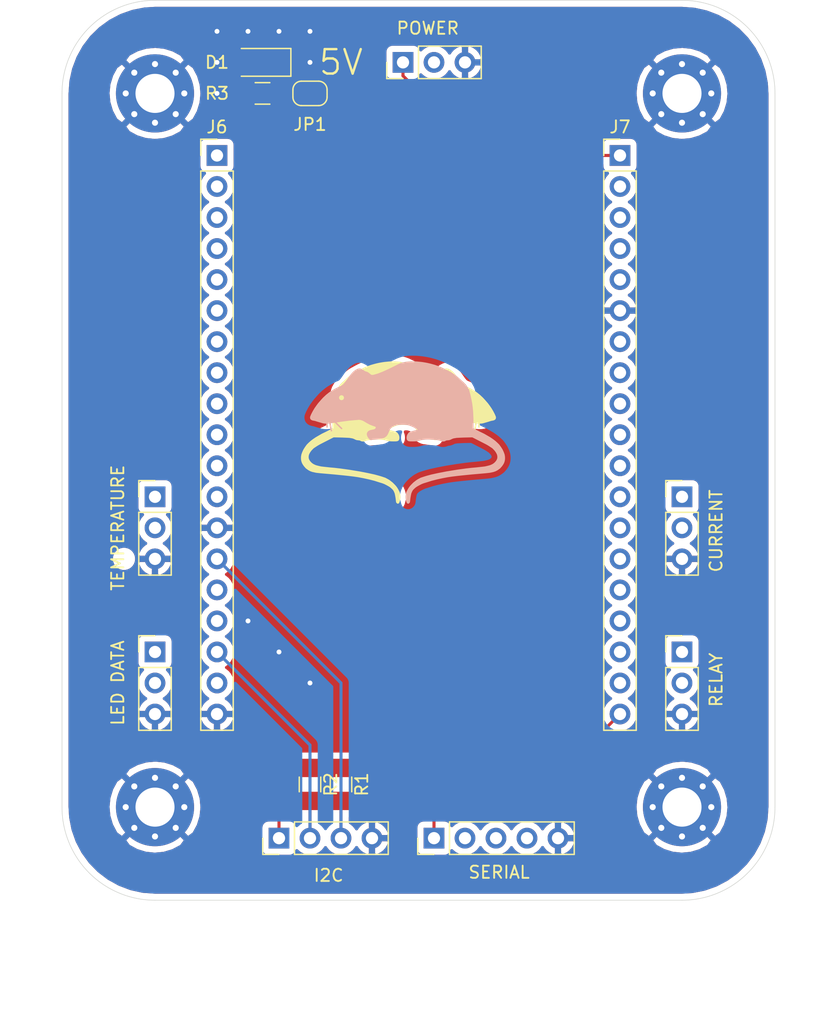
<source format=kicad_pcb>
(kicad_pcb (version 20171130) (host pcbnew "(5.1.4)-1")
  (layers (0 F.Cu signal) (31 B.Cu signal) (34 B.Paste user) (35 F.Paste user) (36 B.SilkS user) (37 F.SilkS user) (38 B.Mask user) (39 F.Mask user) (44 Edge.Cuts user))
  (net 0 "")
  (net 1 GND)
  (net 2 5V)
  (net 3 SDA)
  (net 4 SCL)
  (net 5 3V3)
  (net 6 "Net-(D1-Pad2)")
  (net 7 "Net-(JP1-Pad1)")
  (module zillo-mini-devkit:LOGO_RAT (layer B.Cu) (at 53.34 40.64 180)
    (fp_text reference REF** (at 0 -0.5) (layer B.SilkS) (effects (justify mirror)))
    (fp_text value LOGO_RAT)
    (fp_poly (pts (xy -5.538 1.139) (xy -5.449 1.185) (xy -5.185 0.762) (xy -5.212 0.744) (xy -5.234 0.727) (xy -5.257 0.705) (xy -5.272 0.688) (xy -5.287 0.667) (xy -5.299 0.647) (xy -5.308 0.63) (xy -5.316 0.613) (xy -5.321 0.599) (xy -5.325 0.583) (xy -5.328 0.571) (xy -5.332 0.552) (xy -5.334 0.54) (xy -5.337 0.523) (xy -5.338 0.511) (xy -5.338 0.496) (xy -5.338 0.481) (xy -5.337 0.465) (xy -5.334 0.446) (xy -5.329 0.423) (xy -5.324 0.407) (xy -5.318 0.389) (xy -5.309 0.368) (xy -5.295 0.343) (xy -5.284 0.326) (xy -5.271 0.309) (xy -5.258 0.293) (xy -5.242 0.278) (xy -5.209 0.251) (xy -5.188 0.238) (xy -5.171 0.229) (xy -5.152 0.221) (xy -5.131 0.213) (xy -5.102 0.205) (xy -5.055 0.198) (xy -5.017 0.198) (xy -4.973 0.204) (xy -4.935 0.216) (xy -4.902 0.23) (xy -4.875 0.246) (xy -4.858 0.258) (xy -4.828 0.283) (xy -4.797 0.317) (xy -4.78 0.342) (xy -4.76 0.38) (xy -4.75 0.41) (xy -4.745 0.431) (xy -4.74 0.458) (xy -4.737 0.5) (xy -4.739 0.536) (xy -4.748 0.579) (xy -4.765 0.625) (xy -4.783 0.66) (xy -4.809 0.694) (xy -4.821 0.707) (xy -4.838 0.723) (xy -4.848 0.732) (xy -4.87 0.748) (xy -4.893 0.762) (xy -4.905 0.768) (xy -4.92 0.776) (xy -4.931 0.78) (xy -4.95 0.786) (xy -4.96 0.789) (xy -4.972 0.792) (xy -4.982 0.794) (xy -4.995 0.796) (xy -5.012 0.798) (xy -5.03 0.799) (xy -5.057 0.799) (xy -5.082 0.797) (xy -5.118 0.791) (xy -5.144 0.782) (xy -5.163 0.773) (xy -5.178 0.765) (xy -5.181 0.763) (xy -5.446 1.187) (xy -5.281 1.275) (xy -5.061 1.366) (xy -4.953 1.428) (xy -4.85 1.501) (xy -4.748 1.609) (xy -4.627 1.758) (xy -4.477 1.97) (xy -4.354 2.148) (xy -4.203 2.346) (xy -4.084 2.486) (xy -3.995 2.577) (xy -3.867 2.674) (xy -3.758 2.737) (xy -3.653 2.787) (xy -3.57 2.799) (xy -3.514 2.79) (xy -3.438 2.759) (xy -3.322 2.696) (xy -3.227 2.625) (xy -3.133 2.569) (xy -3.048 2.546) (xy -2.949 2.511) (xy -2.871 2.464) (xy -2.807 2.412) (xy -2.704 2.332) (xy -2.634 2.278) (xy -2.558 2.267) (xy -2.444 2.269) (xy -2.295 2.305) (xy -2.023 2.383) (xy -1.618 2.542) (xy -1.359 2.658) (xy -0.899 2.875) (xy -0.469 3.089) (xy -0.308 3.17) (xy -0.114 3.247) (xy 0.046 3.297) (xy 0.225 3.338) (xy 0.385 3.358) (xy 0.528 3.366) (xy 0.69 3.373) (xy 0.8 3.372) (xy 0.993 3.37) (xy 1.135 3.364) (xy 1.278 3.35) (xy 1.497 3.328) (xy 1.639 3.308) (xy 1.864 3.27) (xy 2.015 3.24) (xy 2.212 3.194) (xy 2.357 3.155) (xy 2.604 3.085) (xy 2.79 3.017) (xy 3.089 2.904) (xy 3.604 2.649) (xy 4.017 2.422) (xy 4.139 2.347) (xy 4.406 2.134) (xy 4.908 1.685) (xy 5.073 1.519) (xy 5.141 1.417) (xy 5.221 1.283) (xy 5.313 1.118) (xy 5.373 0.92) (xy 5.437 0.676) (xy 5.519 0.295) (xy 5.572 0.008) (xy 5.614 -0.295) (xy 5.648 -0.668) (xy 5.673 -1.234) (xy 5.681 -2.081) (xy 5.713 -2.101) (xy 6.21 -2.347) (xy 6.613 -2.543) (xy 7.101 -2.825) (xy 7.337 -2.986) (xy 7.5 -3.11) (xy 7.675 -3.269) (xy 7.804 -3.397) (xy 7.902 -3.529) (xy 7.992 -3.661) (xy 8.075 -3.796) (xy 8.164 -3.99) (xy 8.23 -4.173) (xy 8.256 -4.327) (xy 8.261 -4.46) (xy 8.253 -4.58) (xy 8.229 -4.692) (xy 8.184 -4.818) (xy 8.116 -4.936) (xy 8.036 -5.05) (xy 7.893 -5.213) (xy 7.707 -5.347) (xy 7.552 -5.43) (xy 7.396 -5.484) (xy 7.101 -5.548) (xy 6.744 -5.587) (xy 5.63 -5.684) (xy 4.822 -5.765) (xy 4.469 -5.803) (xy 4.039 -5.855) (xy 3.653 -5.912) (xy 3.212 -5.995) (xy 2.763 -6.093) (xy 2.316 -6.207) (xy 1.981 -6.314) (xy 1.67 -6.409) (xy 1.497 -6.475) (xy 1.308 -6.57) (xy 1.137 -6.665) (xy 0.99 -6.76) (xy 0.879 -6.857) (xy 0.767 -6.965) (xy 0.687 -7.075) (xy 0.63 -7.199) (xy 0.585 -7.308) (xy 0.561 -7.422) (xy 0.532 -7.572) (xy 0.509 -7.711) (xy 0.492 -7.85) (xy 0.483 -7.923) (xy 0.476 -7.995) (xy 0.469 -8.031) (xy 0.455 -8.048) (xy 0.424 -8.076) (xy 0.415 -8.078) (xy 0.401 -8.06) (xy 0.392 -8.034) (xy 0.382 -8.001) (xy 0.365 -7.94) (xy 0.348 -7.876) (xy 0.329 -7.812) (xy 0.311 -7.728) (xy 0.31 -7.662) (xy 0.307 -7.579) (xy 0.317 -7.508) (xy 0.329 -7.435) (xy 0.352 -7.338) (xy 0.379 -7.259) (xy 0.411 -7.176) (xy 0.448 -7.1) (xy 0.501 -7.006) (xy 0.565 -6.905) (xy 0.648 -6.793) (xy 0.744 -6.688) (xy 0.813 -6.619) (xy 0.912 -6.52) (xy 1.043 -6.418) (xy 1.147 -6.335) (xy 1.252 -6.269) (xy 1.484 -6.145) (xy 1.731 -6.062) (xy 1.822 -6.033) (xy 1.969 -5.989) (xy 2.347 -5.886) (xy 2.9 -5.765) (xy 3.568 -5.635) (xy 4.475 -5.487) (xy 5.185 -5.39) (xy 5.635 -5.339) (xy 5.965 -5.31) (xy 6.499 -5.253) (xy 6.72 -5.227) (xy 6.932 -5.18) (xy 7.112 -5.134) (xy 7.232 -5.093) (xy 7.41 -5.005) (xy 7.542 -4.907) (xy 7.621 -4.828) (xy 7.699 -4.735) (xy 7.766 -4.629) (xy 7.811 -4.517) (xy 7.828 -4.423) (xy 7.83 -4.334) (xy 7.823 -4.249) (xy 7.801 -4.149) (xy 7.768 -4.062) (xy 7.684 -3.91) (xy 7.64 -3.849) (xy 7.589 -3.782) (xy 7.554 -3.738) (xy 7.502 -3.687) (xy 7.417 -3.596) (xy 7.341 -3.536) (xy 7.253 -3.479) (xy 7.122 -3.392) (xy 6.986 -3.308) (xy 6.821 -3.216) (xy 6.713 -3.161) (xy 6.489 -3.046) (xy 6.142 -2.87) (xy 5.879 -2.735) (xy 5.729 -2.661) (xy 5.704 -2.649) (xy 5.686 -2.648) (xy 5.355 -2.654) (xy 4.952 -2.663) (xy 4.588 -2.679) (xy 4.381 -2.69) (xy 4.207 -2.72) (xy 4.129 -2.732) (xy 4.046 -2.76) (xy 3.95 -2.798) (xy 3.89 -2.832) (xy 3.824 -2.859) (xy 3.761 -2.879) (xy 3.669 -2.887) (xy 3.572 -2.9) (xy 3.5 -2.91) (xy 3.469 -2.927) (xy 3.415 -2.962) (xy 3.366 -2.977) (xy 3.323 -2.984) (xy 3.266 -2.985) (xy 3.22 -2.984) (xy 3.159 -2.963) (xy 3.113 -2.951) (xy 3.037 -2.923) (xy 2.944 -2.898) (xy 2.816 -2.876) (xy 2.548 -2.846) (xy 2.41 -2.839) (xy 2.214 -2.825) (xy 2.012 -2.822) (xy 1.818 -2.83) (xy 1.628 -2.852) (xy 1.466 -2.88) (xy 1.306 -2.924) (xy 1.199 -2.948) (xy 1.078 -2.966) (xy 0.946 -2.977) (xy 0.789 -2.979) (xy 0.6 -2.977) (xy 0.518 -2.968) (xy 0.465 -2.954) (xy 0.438 -2.938) (xy 0.42 -2.917) (xy 0.408 -2.888) (xy 0.401 -2.853) (xy 0.396 -2.808) (xy 0.395 -2.757) (xy 0.4 -2.705) (xy 0.409 -2.656) (xy 0.433 -2.586) (xy 0.47 -2.519) (xy 0.528 -2.439) (xy 0.583 -2.398) (xy 0.645 -2.371) (xy 0.784 -2.329) (xy 1.06 -2.257) (xy 1.207 -2.216) (xy 1.292 -2.162) (xy 1.335 -2.129) (xy 1.348 -2.106) (xy 1.326 -2.07) (xy 1.272 -2.033) (xy 1.193 -1.992) (xy 1.065 -1.918) (xy 0.772 -1.773) (xy 0.581 -1.7) (xy 0.543 -1.685) (xy 0.435 -1.655) (xy 0.293 -1.632) (xy 0.084 -1.617) (xy -0.07 -1.617) (xy -0.356 -1.623) (xy -0.501 -1.643) (xy -0.623 -1.671) (xy -0.732 -1.713) (xy -0.85 -1.763) (xy -0.911 -1.796) (xy -0.979 -1.847) (xy -1.034 -1.899) (xy -1.104 -1.984) (xy -1.156 -2.052) (xy -1.206 -2.16) (xy -1.249 -2.261) (xy -1.301 -2.385) (xy -1.335 -2.457) (xy -1.371 -2.512) (xy -1.398 -2.551) (xy -1.415 -2.572) (xy -1.448 -2.604) (xy -1.488 -2.634) (xy -1.6 -2.705) (xy -1.727 -2.754) (xy -1.943 -2.781) (xy -2.146 -2.815) (xy -2.41 -2.838) (xy -2.572 -2.861) (xy -2.605 -2.874) (xy -2.633 -2.87) (xy -2.671 -2.848) (xy -2.709 -2.8) (xy -2.737 -2.764) (xy -2.78 -2.71) (xy -2.823 -2.636) (xy -2.848 -2.574) (xy -2.865 -2.509) (xy -2.864 -2.441) (xy -2.832 -2.37) (xy -2.784 -2.314) (xy -2.733 -2.284) (xy -2.667 -2.252) (xy -2.558 -2.228) (xy -2.397 -2.197) (xy -2.289 -2.163) (xy -2.22 -2.113) (xy -2.177 -2.07) (xy -2.148 -2.014) (xy -2.135 -1.965) (xy -2.132 -1.92) (xy -2.141 -1.869) (xy -2.15 -1.841) (xy -2.167 -1.823) (xy -2.19 -1.809) (xy -2.22 -1.79) (xy -2.295 -1.762) (xy -2.445 -1.709) (xy -2.62 -1.642) (xy -2.689 -1.613) (xy -2.783 -1.563) (xy -2.893 -1.504) (xy -3.193 -1.325) (xy -3.304 -1.275) (xy -3.489 -1.222) (xy -3.647 -1.211) (xy -3.752 -1.225) (xy -3.963 -1.24) (xy -4.406 -1.281) (xy -4.664 -1.315) (xy -4.924 -1.349) (xy -5.16 -1.381) (xy -5.425 -1.426) (xy -5.848 -1.481) (xy -5.978 -1.503) (xy -6.181 -1.521) (xy -6.342 -1.525) (xy -6.454 -1.515) (xy -6.546 -1.497) (xy -6.812 -1.421) (xy -7.015 -1.361) (xy -7.099 -1.332) (xy -7.222 -1.298) (xy -7.359 -1.274) (xy -7.424 -1.254) (xy -7.472 -1.228) (xy -7.504 -1.195) (xy -7.516 -1.15) (xy -7.518 -1.097) (xy -7.485 -1.014) (xy -7.428 -0.883) (xy -7.305 -0.646) (xy -7.167 -0.415) (xy -6.996 -0.171) (xy -6.874 -0.009) (xy -6.647 0.251) (xy -6.482 0.432) (xy -6.25 0.65) (xy -6.007 0.846) (xy -5.859 0.949) (xy -5.719 1.032) (xy -5.619 1.092)) (layer F.Cu) (width 0.1))
    (pad 1 smd circle (at -5.047 0.527 180) (size 0.6 0.6) (layers F.Cu F.Mask))
  )
  (module zillo-mini-devkit:LOGO_RAT (layer F.Cu) (at 53.34 40.64)
    (fp_text reference REF** (at 0 0.5) (layer F.SilkS))
    (fp_text value LOGO_RAT)
    (fp_poly (pts (xy -5.538 -1.139) (xy -5.449 -1.185) (xy -5.185 -0.762) (xy -5.212 -0.744) (xy -5.234 -0.727) (xy -5.257 -0.705) (xy -5.272 -0.688) (xy -5.287 -0.667) (xy -5.299 -0.647) (xy -5.308 -0.63) (xy -5.316 -0.613) (xy -5.321 -0.599) (xy -5.325 -0.583) (xy -5.328 -0.571) (xy -5.332 -0.552) (xy -5.334 -0.54) (xy -5.337 -0.523) (xy -5.338 -0.511) (xy -5.338 -0.496) (xy -5.338 -0.481) (xy -5.337 -0.465) (xy -5.334 -0.446) (xy -5.329 -0.423) (xy -5.324 -0.407) (xy -5.318 -0.389) (xy -5.309 -0.368) (xy -5.295 -0.343) (xy -5.284 -0.326) (xy -5.271 -0.309) (xy -5.258 -0.293) (xy -5.242 -0.278) (xy -5.209 -0.251) (xy -5.188 -0.238) (xy -5.171 -0.229) (xy -5.152 -0.221) (xy -5.131 -0.213) (xy -5.102 -0.205) (xy -5.055 -0.198) (xy -5.017 -0.198) (xy -4.973 -0.204) (xy -4.935 -0.216) (xy -4.902 -0.23) (xy -4.875 -0.246) (xy -4.858 -0.258) (xy -4.828 -0.283) (xy -4.797 -0.317) (xy -4.78 -0.342) (xy -4.76 -0.38) (xy -4.75 -0.41) (xy -4.745 -0.431) (xy -4.74 -0.458) (xy -4.737 -0.5) (xy -4.739 -0.536) (xy -4.748 -0.579) (xy -4.765 -0.625) (xy -4.783 -0.66) (xy -4.809 -0.694) (xy -4.821 -0.707) (xy -4.838 -0.723) (xy -4.848 -0.732) (xy -4.87 -0.748) (xy -4.893 -0.762) (xy -4.905 -0.768) (xy -4.92 -0.776) (xy -4.931 -0.78) (xy -4.95 -0.786) (xy -4.96 -0.789) (xy -4.972 -0.792) (xy -4.982 -0.794) (xy -4.995 -0.796) (xy -5.012 -0.798) (xy -5.03 -0.799) (xy -5.057 -0.799) (xy -5.082 -0.797) (xy -5.118 -0.791) (xy -5.144 -0.782) (xy -5.163 -0.773) (xy -5.178 -0.765) (xy -5.181 -0.763) (xy -5.446 -1.187) (xy -5.281 -1.275) (xy -5.061 -1.366) (xy -4.953 -1.428) (xy -4.85 -1.501) (xy -4.748 -1.609) (xy -4.627 -1.758) (xy -4.477 -1.97) (xy -4.354 -2.148) (xy -4.203 -2.346) (xy -4.084 -2.486) (xy -3.995 -2.577) (xy -3.867 -2.674) (xy -3.758 -2.737) (xy -3.653 -2.787) (xy -3.57 -2.799) (xy -3.514 -2.79) (xy -3.438 -2.759) (xy -3.322 -2.696) (xy -3.227 -2.625) (xy -3.133 -2.569) (xy -3.048 -2.546) (xy -2.949 -2.511) (xy -2.871 -2.464) (xy -2.807 -2.412) (xy -2.704 -2.332) (xy -2.634 -2.278) (xy -2.558 -2.267) (xy -2.444 -2.269) (xy -2.295 -2.305) (xy -2.023 -2.383) (xy -1.618 -2.542) (xy -1.359 -2.658) (xy -0.899 -2.875) (xy -0.469 -3.089) (xy -0.308 -3.17) (xy -0.114 -3.247) (xy 0.046 -3.297) (xy 0.225 -3.338) (xy 0.385 -3.358) (xy 0.528 -3.366) (xy 0.69 -3.373) (xy 0.8 -3.372) (xy 0.993 -3.37) (xy 1.135 -3.364) (xy 1.278 -3.35) (xy 1.497 -3.328) (xy 1.639 -3.308) (xy 1.864 -3.27) (xy 2.015 -3.24) (xy 2.212 -3.194) (xy 2.357 -3.155) (xy 2.604 -3.085) (xy 2.79 -3.017) (xy 3.089 -2.904) (xy 3.604 -2.649) (xy 4.017 -2.422) (xy 4.139 -2.347) (xy 4.406 -2.134) (xy 4.908 -1.685) (xy 5.073 -1.519) (xy 5.141 -1.417) (xy 5.221 -1.283) (xy 5.313 -1.118) (xy 5.373 -0.92) (xy 5.437 -0.676) (xy 5.519 -0.295) (xy 5.572 -0.008) (xy 5.614 0.295) (xy 5.648 0.668) (xy 5.673 1.234) (xy 5.681 2.081) (xy 5.713 2.101) (xy 6.21 2.347) (xy 6.613 2.543) (xy 7.101 2.825) (xy 7.337 2.986) (xy 7.5 3.11) (xy 7.675 3.269) (xy 7.804 3.397) (xy 7.902 3.529) (xy 7.992 3.661) (xy 8.075 3.796) (xy 8.164 3.99) (xy 8.23 4.173) (xy 8.256 4.327) (xy 8.261 4.46) (xy 8.253 4.58) (xy 8.229 4.692) (xy 8.184 4.818) (xy 8.116 4.936) (xy 8.036 5.05) (xy 7.893 5.213) (xy 7.707 5.347) (xy 7.552 5.43) (xy 7.396 5.484) (xy 7.101 5.548) (xy 6.744 5.587) (xy 5.63 5.684) (xy 4.822 5.765) (xy 4.469 5.803) (xy 4.039 5.855) (xy 3.653 5.912) (xy 3.212 5.995) (xy 2.763 6.093) (xy 2.316 6.207) (xy 1.981 6.314) (xy 1.67 6.409) (xy 1.497 6.475) (xy 1.308 6.57) (xy 1.137 6.665) (xy 0.99 6.76) (xy 0.879 6.857) (xy 0.767 6.965) (xy 0.687 7.075) (xy 0.63 7.199) (xy 0.585 7.308) (xy 0.561 7.422) (xy 0.532 7.572) (xy 0.509 7.711) (xy 0.492 7.85) (xy 0.483 7.923) (xy 0.476 7.995) (xy 0.469 8.031) (xy 0.455 8.048) (xy 0.424 8.076) (xy 0.415 8.078) (xy 0.401 8.06) (xy 0.392 8.034) (xy 0.382 8.001) (xy 0.365 7.94) (xy 0.348 7.876) (xy 0.329 7.812) (xy 0.311 7.728) (xy 0.31 7.662) (xy 0.307 7.579) (xy 0.317 7.508) (xy 0.329 7.435) (xy 0.352 7.338) (xy 0.379 7.259) (xy 0.411 7.176) (xy 0.448 7.1) (xy 0.501 7.006) (xy 0.565 6.905) (xy 0.648 6.793) (xy 0.744 6.688) (xy 0.813 6.619) (xy 0.912 6.52) (xy 1.043 6.418) (xy 1.147 6.335) (xy 1.252 6.269) (xy 1.484 6.145) (xy 1.731 6.062) (xy 1.822 6.033) (xy 1.969 5.989) (xy 2.347 5.886) (xy 2.9 5.765) (xy 3.568 5.635) (xy 4.475 5.487) (xy 5.185 5.39) (xy 5.635 5.339) (xy 5.965 5.31) (xy 6.499 5.253) (xy 6.72 5.227) (xy 6.932 5.18) (xy 7.112 5.134) (xy 7.232 5.093) (xy 7.41 5.005) (xy 7.542 4.907) (xy 7.621 4.828) (xy 7.699 4.735) (xy 7.766 4.629) (xy 7.811 4.517) (xy 7.828 4.423) (xy 7.83 4.334) (xy 7.823 4.249) (xy 7.801 4.149) (xy 7.768 4.062) (xy 7.684 3.91) (xy 7.64 3.849) (xy 7.589 3.782) (xy 7.554 3.738) (xy 7.502 3.687) (xy 7.417 3.596) (xy 7.341 3.536) (xy 7.253 3.479) (xy 7.122 3.392) (xy 6.986 3.308) (xy 6.821 3.216) (xy 6.713 3.161) (xy 6.489 3.046) (xy 6.142 2.87) (xy 5.879 2.735) (xy 5.729 2.661) (xy 5.704 2.649) (xy 5.686 2.648) (xy 5.355 2.654) (xy 4.952 2.663) (xy 4.588 2.679) (xy 4.381 2.69) (xy 4.207 2.72) (xy 4.129 2.732) (xy 4.046 2.76) (xy 3.95 2.798) (xy 3.89 2.832) (xy 3.824 2.859) (xy 3.761 2.879) (xy 3.669 2.887) (xy 3.572 2.9) (xy 3.5 2.91) (xy 3.469 2.927) (xy 3.415 2.962) (xy 3.366 2.977) (xy 3.323 2.984) (xy 3.266 2.985) (xy 3.22 2.984) (xy 3.159 2.963) (xy 3.113 2.951) (xy 3.037 2.923) (xy 2.944 2.898) (xy 2.816 2.876) (xy 2.548 2.846) (xy 2.41 2.839) (xy 2.214 2.825) (xy 2.012 2.822) (xy 1.818 2.83) (xy 1.628 2.852) (xy 1.466 2.88) (xy 1.306 2.924) (xy 1.199 2.948) (xy 1.078 2.966) (xy 0.946 2.977) (xy 0.789 2.979) (xy 0.6 2.977) (xy 0.518 2.968) (xy 0.465 2.954) (xy 0.438 2.938) (xy 0.42 2.917) (xy 0.408 2.888) (xy 0.401 2.853) (xy 0.396 2.808) (xy 0.395 2.757) (xy 0.4 2.705) (xy 0.409 2.656) (xy 0.433 2.586) (xy 0.47 2.519) (xy 0.528 2.439) (xy 0.583 2.398) (xy 0.645 2.371) (xy 0.784 2.329) (xy 1.06 2.257) (xy 1.207 2.216) (xy 1.292 2.162) (xy 1.335 2.129) (xy 1.348 2.106) (xy 1.326 2.07) (xy 1.272 2.033) (xy 1.193 1.992) (xy 1.065 1.918) (xy 0.772 1.773) (xy 0.581 1.7) (xy 0.543 1.685) (xy 0.435 1.655) (xy 0.293 1.632) (xy 0.084 1.617) (xy -0.07 1.617) (xy -0.356 1.623) (xy -0.501 1.643) (xy -0.623 1.671) (xy -0.732 1.713) (xy -0.85 1.763) (xy -0.911 1.796) (xy -0.979 1.847) (xy -1.034 1.899) (xy -1.104 1.984) (xy -1.156 2.052) (xy -1.206 2.16) (xy -1.249 2.261) (xy -1.301 2.385) (xy -1.335 2.457) (xy -1.371 2.512) (xy -1.398 2.551) (xy -1.415 2.572) (xy -1.448 2.604) (xy -1.488 2.634) (xy -1.6 2.705) (xy -1.727 2.754) (xy -1.943 2.781) (xy -2.146 2.815) (xy -2.41 2.838) (xy -2.572 2.861) (xy -2.605 2.874) (xy -2.633 2.87) (xy -2.671 2.848) (xy -2.709 2.8) (xy -2.737 2.764) (xy -2.78 2.71) (xy -2.823 2.636) (xy -2.848 2.574) (xy -2.865 2.509) (xy -2.864 2.441) (xy -2.832 2.37) (xy -2.784 2.314) (xy -2.733 2.284) (xy -2.667 2.252) (xy -2.558 2.228) (xy -2.397 2.197) (xy -2.289 2.163) (xy -2.22 2.113) (xy -2.177 2.07) (xy -2.148 2.014) (xy -2.135 1.965) (xy -2.132 1.92) (xy -2.141 1.869) (xy -2.15 1.841) (xy -2.167 1.823) (xy -2.19 1.809) (xy -2.22 1.79) (xy -2.295 1.762) (xy -2.445 1.709) (xy -2.62 1.642) (xy -2.689 1.613) (xy -2.783 1.563) (xy -2.893 1.504) (xy -3.193 1.325) (xy -3.304 1.275) (xy -3.489 1.222) (xy -3.647 1.211) (xy -3.752 1.225) (xy -3.963 1.24) (xy -4.406 1.281) (xy -4.664 1.315) (xy -4.924 1.349) (xy -5.16 1.381) (xy -5.425 1.426) (xy -5.848 1.481) (xy -5.978 1.503) (xy -6.181 1.521) (xy -6.342 1.525) (xy -6.454 1.515) (xy -6.546 1.497) (xy -6.812 1.421) (xy -7.015 1.361) (xy -7.099 1.332) (xy -7.222 1.298) (xy -7.359 1.274) (xy -7.424 1.254) (xy -7.472 1.228) (xy -7.504 1.195) (xy -7.516 1.15) (xy -7.518 1.097) (xy -7.485 1.014) (xy -7.428 0.883) (xy -7.305 0.646) (xy -7.167 0.415) (xy -6.996 0.171) (xy -6.874 0.009) (xy -6.647 -0.251) (xy -6.482 -0.432) (xy -6.25 -0.65) (xy -6.007 -0.846) (xy -5.859 -0.949) (xy -5.719 -1.032) (xy -5.619 -1.092)) (layer B.Cu) (width 0.1))
    (pad 1 smd circle (at -5.047 -0.527) (size 0.6 0.6) (layers B.Cu B.Mask))
  )
  (module Jumper:SolderJumper-2_P1.3mm_Open_RoundedPad1.0x1.5mm (layer F.Cu) (at 45.72 15.24)
    (fp_text reference JP1 (at 0 2.54) (layer F.SilkS))
    (fp_text value PLJP)
    (pad 2 smd custom (at 0.65 0) (size 1 0.5) (layers F.Cu F.Mask) (net 2 5V) (options (clearance outline) (anchor rect)) (primitives (gr_circle (center 0 0.25) (end 0.5 0.25) (width 0)) (gr_circle (center 0 -0.25) (end 0.5 -0.25) (width 0)) (gr_poly (pts (xy 0 -0.75) (xy -0.5 -0.75) (xy -0.5 0.75) (xy 0 0.75)) (width 0))))
    (pad 1 smd custom (at -0.65 0) (size 1 0.5) (layers F.Cu F.Mask) (net 7 "Net-(JP1-Pad1)") (options (clearance outline) (anchor rect)) (primitives (gr_circle (center 0 0.25) (end 0.5 0.25) (width 0)) (gr_circle (center 0 -0.25) (end 0.5 -0.25) (width 0)) (gr_poly (pts (xy 0 -0.75) (xy 0.5 -0.75) (xy 0.5 0.75) (xy 0 0.75)) (width 0))))
  )
  (module Resistors_SMD:R_0805_HandSoldering (layer F.Cu) (at 41.83 15.24 180)
    (fp_text reference R3 (at 3.73 0) (layer F.SilkS))
    (fp_text value 330)
    (pad 1 smd rect (at -1.35 0 180) (size 1.5 1.3) (layers F.Cu F.Paste F.Mask) (net 7 "Net-(JP1-Pad1)"))
    (pad 2 smd rect (at 1.35 0 180) (size 1.5 1.3) (layers F.Cu F.Paste F.Mask) (net 6 "Net-(D1-Pad2)"))
  )
  (module LED_SMD:LED_1206_3216Metric_Pad1.42x1.75mm_HandSolder (layer F.Cu) (at 41.6925 12.7 180)
    (fp_text reference D1 (at 3.5925 0) (layer F.SilkS))
    (fp_text value POWER)
    (pad 2 smd roundrect (at 1.4875 0 180) (size 1.425 1.75) (layers F.Cu F.Paste F.Mask) (roundrect_rratio 0.175439) (net 6 "Net-(D1-Pad2)"))
    (pad 1 smd roundrect (at -1.4875 0 180) (size 1.425 1.75) (layers F.Cu F.Paste F.Mask) (roundrect_rratio 0.175439) (net 1 GND))
  )
  (module Pin_Headers:Pin_Header_Straight_1x05_Pitch2.54mm (layer F.Cu) (at 55.88 76.2 90)
    (fp_text reference J9 hide)
    (fp_text value SERIAL (at -2.794 5.334 180) (layer F.SilkS))
    (pad 1 thru_hole rect (at 0 0 90) (size 1.7 1.7) (drill 1) (layers *.Cu *.Mask) (net 5 3V3))
    (pad 2 thru_hole oval (at 0 2.54 90) (size 1.7 1.7) (drill 1) (layers *.Cu *.Mask))
    (pad 3 thru_hole oval (at 0 5.08 90) (size 1.7 1.7) (drill 1) (layers *.Cu *.Mask))
    (pad 4 thru_hole oval (at 0 7.62 90) (size 1.7 1.7) (drill 1) (layers *.Cu *.Mask))
    (pad 5 thru_hole oval (at 0 10.16 90) (size 1.7 1.7) (drill 1) (layers *.Cu *.Mask) (net 1 GND))
  )
  (module Pin_Headers:Pin_Header_Straight_1x04_Pitch2.54mm (layer F.Cu) (at 43.18 76.2 90)
    (fp_text reference J8 hide)
    (fp_text value I2C (at -3.048 4.064 180) (layer F.SilkS))
    (pad 1 thru_hole rect (at 0 0 90) (size 1.7 1.7) (drill 1) (layers *.Cu *.Mask) (net 5 3V3))
    (pad 2 thru_hole oval (at 0 2.54 90) (size 1.7 1.7) (drill 1) (layers *.Cu *.Mask) (net 4 SCL))
    (pad 3 thru_hole oval (at 0 5.08 90) (size 1.7 1.7) (drill 1) (layers *.Cu *.Mask) (net 3 SDA))
    (pad 4 thru_hole oval (at 0 7.62 90) (size 1.7 1.7) (drill 1) (layers *.Cu *.Mask) (net 1 GND))
  )
  (module Resistors_SMD:R_0805_HandSoldering (layer F.Cu) (at 45.72 71.802 270)
    (fp_text reference R2 (at 0 -1.7 90) (layer F.SilkS))
    (fp_text value 4.7K)
    (pad 1 smd rect (at -1.35 0 270) (size 1.5 1.3) (layers F.Cu F.Paste F.Mask) (net 5 3V3))
    (pad 2 smd rect (at 1.35 0 270) (size 1.5 1.3) (layers F.Cu F.Paste F.Mask) (net 4 SCL))
  )
  (module Resistors_SMD:R_0805_HandSoldering (layer F.Cu) (at 48.26 71.802 270)
    (fp_text reference R1 (at 0 -1.7 90) (layer F.SilkS))
    (fp_text value 4.7K)
    (pad 1 smd rect (at -1.35 0 270) (size 1.5 1.3) (layers F.Cu F.Paste F.Mask) (net 5 3V3))
    (pad 2 smd rect (at 1.35 0 270) (size 1.5 1.3) (layers F.Cu F.Paste F.Mask) (net 3 SDA))
  )
  (module Pin_Headers:Pin_Header_Straight_1x19_Pitch2.54mm (layer F.Cu) (at 71.12 20.32)
    (fp_text reference J7 (at 0 -2.33) (layer F.SilkS))
    (fp_text value Conn_01x19)
    (pad 1 thru_hole rect (at 0 0) (size 1.7 1.7) (drill 1) (layers *.Cu *.Mask) (net 2 5V))
    (pad 2 thru_hole oval (at 0 2.54) (size 1.7 1.7) (drill 1) (layers *.Cu *.Mask))
    (pad 3 thru_hole oval (at 0 5.08) (size 1.7 1.7) (drill 1) (layers *.Cu *.Mask))
    (pad 4 thru_hole oval (at 0 7.62) (size 1.7 1.7) (drill 1) (layers *.Cu *.Mask))
    (pad 5 thru_hole oval (at 0 10.16) (size 1.7 1.7) (drill 1) (layers *.Cu *.Mask))
    (pad 6 thru_hole oval (at 0 12.7) (size 1.7 1.7) (drill 1) (layers *.Cu *.Mask) (net 1 GND))
    (pad 7 thru_hole oval (at 0 15.24) (size 1.7 1.7) (drill 1) (layers *.Cu *.Mask))
    (pad 8 thru_hole oval (at 0 17.78) (size 1.7 1.7) (drill 1) (layers *.Cu *.Mask))
    (pad 9 thru_hole oval (at 0 20.32) (size 1.7 1.7) (drill 1) (layers *.Cu *.Mask))
    (pad 10 thru_hole oval (at 0 22.86) (size 1.7 1.7) (drill 1) (layers *.Cu *.Mask))
    (pad 11 thru_hole oval (at 0 25.4) (size 1.7 1.7) (drill 1) (layers *.Cu *.Mask))
    (pad 12 thru_hole oval (at 0 27.94) (size 1.7 1.7) (drill 1) (layers *.Cu *.Mask))
    (pad 13 thru_hole oval (at 0 30.48) (size 1.7 1.7) (drill 1) (layers *.Cu *.Mask))
    (pad 14 thru_hole oval (at 0 33.02) (size 1.7 1.7) (drill 1) (layers *.Cu *.Mask))
    (pad 15 thru_hole oval (at 0 35.56) (size 1.7 1.7) (drill 1) (layers *.Cu *.Mask))
    (pad 16 thru_hole oval (at 0 38.1) (size 1.7 1.7) (drill 1) (layers *.Cu *.Mask))
    (pad 17 thru_hole oval (at 0 40.64) (size 1.7 1.7) (drill 1) (layers *.Cu *.Mask))
    (pad 18 thru_hole oval (at 0 43.18) (size 1.7 1.7) (drill 1) (layers *.Cu *.Mask))
    (pad 19 thru_hole oval (at 0 45.72) (size 1.7 1.7) (drill 1) (layers *.Cu *.Mask) (net 5 3V3))
  )
  (module Pin_Headers:Pin_Header_Straight_1x19_Pitch2.54mm (layer F.Cu) (at 38.1 20.32)
    (fp_text reference J6 (at 0 -2.33) (layer F.SilkS))
    (fp_text value Conn_01x19)
    (pad 1 thru_hole rect (at 0 0) (size 1.7 1.7) (drill 1) (layers *.Cu *.Mask))
    (pad 2 thru_hole oval (at 0 2.54) (size 1.7 1.7) (drill 1) (layers *.Cu *.Mask))
    (pad 3 thru_hole oval (at 0 5.08) (size 1.7 1.7) (drill 1) (layers *.Cu *.Mask))
    (pad 4 thru_hole oval (at 0 7.62) (size 1.7 1.7) (drill 1) (layers *.Cu *.Mask))
    (pad 5 thru_hole oval (at 0 10.16) (size 1.7 1.7) (drill 1) (layers *.Cu *.Mask))
    (pad 6 thru_hole oval (at 0 12.7) (size 1.7 1.7) (drill 1) (layers *.Cu *.Mask))
    (pad 7 thru_hole oval (at 0 15.24) (size 1.7 1.7) (drill 1) (layers *.Cu *.Mask))
    (pad 8 thru_hole oval (at 0 17.78) (size 1.7 1.7) (drill 1) (layers *.Cu *.Mask))
    (pad 9 thru_hole oval (at 0 20.32) (size 1.7 1.7) (drill 1) (layers *.Cu *.Mask))
    (pad 10 thru_hole oval (at 0 22.86) (size 1.7 1.7) (drill 1) (layers *.Cu *.Mask))
    (pad 11 thru_hole oval (at 0 25.4) (size 1.7 1.7) (drill 1) (layers *.Cu *.Mask))
    (pad 12 thru_hole oval (at 0 27.94) (size 1.7 1.7) (drill 1) (layers *.Cu *.Mask))
    (pad 13 thru_hole oval (at 0 30.48) (size 1.7 1.7) (drill 1) (layers *.Cu *.Mask) (net 1 GND))
    (pad 14 thru_hole oval (at 0 33.02) (size 1.7 1.7) (drill 1) (layers *.Cu *.Mask) (net 3 SDA))
    (pad 15 thru_hole oval (at 0 35.56) (size 1.7 1.7) (drill 1) (layers *.Cu *.Mask))
    (pad 16 thru_hole oval (at 0 38.1) (size 1.7 1.7) (drill 1) (layers *.Cu *.Mask))
    (pad 17 thru_hole oval (at 0 40.64) (size 1.7 1.7) (drill 1) (layers *.Cu *.Mask) (net 4 SCL))
    (pad 18 thru_hole oval (at 0 43.18) (size 1.7 1.7) (drill 1) (layers *.Cu *.Mask))
    (pad 19 thru_hole oval (at 0 45.72) (size 1.7 1.7) (drill 1) (layers *.Cu *.Mask) (net 1 GND))
  )
  (module Mounting_Holes:MountingHole_3.2mm_M3_Pad_Via (layer F.Cu) (at 76.2 73.66)
    (fp_text reference H4 hide)
    (fp_text value MountingHole_Pad)
    (pad 1 thru_hole circle (at 0 0) (size 6.4 6.4) (drill 3.2) (layers *.Cu *.Mask) (net 1 GND))
    (pad 1 thru_hole circle (at 2.4 0) (size 0.8 0.8) (drill 0.5) (layers *.Cu *.Mask) (net 1 GND))
    (pad 1 thru_hole circle (at 1.697056 1.697056) (size 0.8 0.8) (drill 0.5) (layers *.Cu *.Mask) (net 1 GND))
    (pad 1 thru_hole circle (at 0 2.4) (size 0.8 0.8) (drill 0.5) (layers *.Cu *.Mask) (net 1 GND))
    (pad 1 thru_hole circle (at -1.697056 1.697056) (size 0.8 0.8) (drill 0.5) (layers *.Cu *.Mask) (net 1 GND))
    (pad 1 thru_hole circle (at -2.4 0) (size 0.8 0.8) (drill 0.5) (layers *.Cu *.Mask) (net 1 GND))
    (pad 1 thru_hole circle (at -1.697056 -1.697056) (size 0.8 0.8) (drill 0.5) (layers *.Cu *.Mask) (net 1 GND))
    (pad 1 thru_hole circle (at 0 -2.4) (size 0.8 0.8) (drill 0.5) (layers *.Cu *.Mask) (net 1 GND))
    (pad 1 thru_hole circle (at 1.697056 -1.697056) (size 0.8 0.8) (drill 0.5) (layers *.Cu *.Mask) (net 1 GND))
  )
  (module Mounting_Holes:MountingHole_3.2mm_M3_Pad_Via (layer F.Cu) (at 33.02 73.66)
    (fp_text reference H3 hide)
    (fp_text value MountingHole_Pad)
    (pad 1 thru_hole circle (at 0 0) (size 6.4 6.4) (drill 3.2) (layers *.Cu *.Mask) (net 1 GND))
    (pad 1 thru_hole circle (at 2.4 0) (size 0.8 0.8) (drill 0.5) (layers *.Cu *.Mask) (net 1 GND))
    (pad 1 thru_hole circle (at 1.697056 1.697056) (size 0.8 0.8) (drill 0.5) (layers *.Cu *.Mask) (net 1 GND))
    (pad 1 thru_hole circle (at 0 2.4) (size 0.8 0.8) (drill 0.5) (layers *.Cu *.Mask) (net 1 GND))
    (pad 1 thru_hole circle (at -1.697056 1.697056) (size 0.8 0.8) (drill 0.5) (layers *.Cu *.Mask) (net 1 GND))
    (pad 1 thru_hole circle (at -2.4 0) (size 0.8 0.8) (drill 0.5) (layers *.Cu *.Mask) (net 1 GND))
    (pad 1 thru_hole circle (at -1.697056 -1.697056) (size 0.8 0.8) (drill 0.5) (layers *.Cu *.Mask) (net 1 GND))
    (pad 1 thru_hole circle (at 0 -2.4) (size 0.8 0.8) (drill 0.5) (layers *.Cu *.Mask) (net 1 GND))
    (pad 1 thru_hole circle (at 1.697056 -1.697056) (size 0.8 0.8) (drill 0.5) (layers *.Cu *.Mask) (net 1 GND))
  )
  (module Mounting_Holes:MountingHole_3.2mm_M3_Pad_Via (layer F.Cu) (at 76.2 15.24)
    (fp_text reference H2 hide)
    (fp_text value MountingHole_Pad)
    (pad 1 thru_hole circle (at 0 0) (size 6.4 6.4) (drill 3.2) (layers *.Cu *.Mask) (net 1 GND))
    (pad 1 thru_hole circle (at 2.4 0) (size 0.8 0.8) (drill 0.5) (layers *.Cu *.Mask) (net 1 GND))
    (pad 1 thru_hole circle (at 1.697056 1.697056) (size 0.8 0.8) (drill 0.5) (layers *.Cu *.Mask) (net 1 GND))
    (pad 1 thru_hole circle (at 0 2.4) (size 0.8 0.8) (drill 0.5) (layers *.Cu *.Mask) (net 1 GND))
    (pad 1 thru_hole circle (at -1.697056 1.697056) (size 0.8 0.8) (drill 0.5) (layers *.Cu *.Mask) (net 1 GND))
    (pad 1 thru_hole circle (at -2.4 0) (size 0.8 0.8) (drill 0.5) (layers *.Cu *.Mask) (net 1 GND))
    (pad 1 thru_hole circle (at -1.697056 -1.697056) (size 0.8 0.8) (drill 0.5) (layers *.Cu *.Mask) (net 1 GND))
    (pad 1 thru_hole circle (at 0 -2.4) (size 0.8 0.8) (drill 0.5) (layers *.Cu *.Mask) (net 1 GND))
    (pad 1 thru_hole circle (at 1.697056 -1.697056) (size 0.8 0.8) (drill 0.5) (layers *.Cu *.Mask) (net 1 GND))
  )
  (module Mounting_Holes:MountingHole_3.2mm_M3_Pad_Via (layer F.Cu) (at 33.02 15.24)
    (fp_text reference H1 hide)
    (fp_text value MountingHole_Pad)
    (pad 1 thru_hole circle (at 0 0) (size 6.4 6.4) (drill 3.2) (layers *.Cu *.Mask) (net 1 GND))
    (pad 1 thru_hole circle (at 2.4 0) (size 0.8 0.8) (drill 0.5) (layers *.Cu *.Mask) (net 1 GND))
    (pad 1 thru_hole circle (at 1.697056 1.697056) (size 0.8 0.8) (drill 0.5) (layers *.Cu *.Mask) (net 1 GND))
    (pad 1 thru_hole circle (at 0 2.4) (size 0.8 0.8) (drill 0.5) (layers *.Cu *.Mask) (net 1 GND))
    (pad 1 thru_hole circle (at -1.697056 1.697056) (size 0.8 0.8) (drill 0.5) (layers *.Cu *.Mask) (net 1 GND))
    (pad 1 thru_hole circle (at -2.4 0) (size 0.8 0.8) (drill 0.5) (layers *.Cu *.Mask) (net 1 GND))
    (pad 1 thru_hole circle (at -1.697056 -1.697056) (size 0.8 0.8) (drill 0.5) (layers *.Cu *.Mask) (net 1 GND))
    (pad 1 thru_hole circle (at 0 -2.4) (size 0.8 0.8) (drill 0.5) (layers *.Cu *.Mask) (net 1 GND))
    (pad 1 thru_hole circle (at 1.697056 -1.697056) (size 0.8 0.8) (drill 0.5) (layers *.Cu *.Mask) (net 1 GND))
  )
  (module Pin_Headers:Pin_Header_Straight_1x03_Pitch2.54mm (layer F.Cu) (at 76.2 60.96)
    (fp_text reference J5 hide)
    (fp_text value RELAY (at 2.794 2.286 90) (layer F.SilkS))
    (pad 1 thru_hole rect (at 0 0) (size 1.7 1.7) (drill 1) (layers *.Cu *.Mask))
    (pad 2 thru_hole oval (at 0 2.54) (size 1.7 1.7) (drill 1) (layers *.Cu *.Mask))
    (pad 3 thru_hole oval (at 0 5.08) (size 1.7 1.7) (drill 1) (layers *.Cu *.Mask) (net 1 GND))
  )
  (module Pin_Headers:Pin_Header_Straight_1x03_Pitch2.54mm (layer F.Cu) (at 33.02 60.96)
    (fp_text reference J4 hide)
    (fp_text value "LED DATA" (at -3.048 2.54 90) (layer F.SilkS))
    (pad 1 thru_hole rect (at 0 0) (size 1.7 1.7) (drill 1) (layers *.Cu *.Mask))
    (pad 2 thru_hole oval (at 0 2.54) (size 1.7 1.7) (drill 1) (layers *.Cu *.Mask))
    (pad 3 thru_hole oval (at 0 5.08) (size 1.7 1.7) (drill 1) (layers *.Cu *.Mask) (net 1 GND))
  )
  (module Pin_Headers:Pin_Header_Straight_1x03_Pitch2.54mm (layer F.Cu) (at 76.2 48.26)
    (fp_text reference J3 hide)
    (fp_text value CURRENT (at 2.794 2.794 90) (layer F.SilkS))
    (pad 1 thru_hole rect (at 0 0) (size 1.7 1.7) (drill 1) (layers *.Cu *.Mask))
    (pad 2 thru_hole oval (at 0 2.54) (size 1.7 1.7) (drill 1) (layers *.Cu *.Mask))
    (pad 3 thru_hole oval (at 0 5.08) (size 1.7 1.7) (drill 1) (layers *.Cu *.Mask) (net 1 GND))
  )
  (module Pin_Headers:Pin_Header_Straight_1x03_Pitch2.54mm (layer F.Cu) (at 53.34 12.7 90)
    (fp_text reference J2 hide)
    (fp_text value POWER (at 2.794 2.032) (layer F.SilkS))
    (pad 1 thru_hole rect (at 0 0 90) (size 1.7 1.7) (drill 1) (layers *.Cu *.Mask) (net 2 5V))
    (pad 2 thru_hole oval (at 0 2.54 90) (size 1.7 1.7) (drill 1) (layers *.Cu *.Mask))
    (pad 3 thru_hole oval (at 0 5.08 90) (size 1.7 1.7) (drill 1) (layers *.Cu *.Mask) (net 1 GND))
  )
  (module Pin_Headers:Pin_Header_Straight_1x03_Pitch2.54mm (layer F.Cu) (at 33.02 48.26)
    (fp_text reference J1 hide)
    (fp_text value TEMPERATURE (at -3.048 2.54 270) (layer F.SilkS))
    (pad 1 thru_hole rect (at 0 0) (size 1.7 1.7) (drill 1) (layers *.Cu *.Mask))
    (pad 2 thru_hole oval (at 0 2.54) (size 1.7 1.7) (drill 1) (layers *.Cu *.Mask))
    (pad 3 thru_hole oval (at 0 5.08) (size 1.7 1.7) (drill 1) (layers *.Cu *.Mask) (net 1 GND))
  )
  (gr_text 5V (at 48.26 12.7) (layer F.SilkS) (effects (font (size 2 2) (thickness 0.2))))
  (gr_line (start 33.02 81.28) (end 76.2 81.28) (layer Edge.Cuts) (width 0.05))
  (gr_line (start 25.4 15.24) (end 25.4 73.66) (layer Edge.Cuts) (width 0.05))
  (gr_line (start 76.2 7.62) (end 33.02 7.62) (layer Edge.Cuts) (width 0.05))
  (gr_line (start 83.82 73.66) (end 83.82 15.24) (layer Edge.Cuts) (width 0.05))
  (gr_arc (start 76.2 73.66) (end 76.2 81.28) (angle -90) (layer Edge.Cuts) (width 0.05))
  (gr_arc (start 33.02 73.66) (end 25.4 73.66) (angle -90) (layer Edge.Cuts) (width 0.05))
  (gr_arc (start 33.02 15.24) (end 33.02 7.62) (angle -90) (layer Edge.Cuts) (width 0.05))
  (gr_arc (start 76.2 15.24) (end 83.82 15.24) (angle -90) (layer Edge.Cuts) (width 0.05))
  (via (at 45.72 63.5) (size 0.8) (drill 0.4) (layers F.Cu B.Cu) (net 1))
  (via (at 43.18 60.96) (size 0.8) (drill 0.4) (layers F.Cu B.Cu) (net 1))
  (via (at 40.64 58.42) (size 0.8) (drill 0.4) (layers F.Cu B.Cu) (net 1))
  (via (at 43.18 10.16) (size 0.8) (drill 0.4) (layers F.Cu B.Cu) (net 1))
  (via (at 45.72 12.7) (size 0.8) (drill 0.4) (layers F.Cu B.Cu) (net 1))
  (via (at 45.72 10.16) (size 0.8) (drill 0.4) (layers F.Cu B.Cu) (net 1))
  (via (at 40.64 10.16) (size 0.8) (drill 0.4) (layers F.Cu B.Cu) (net 1))
  (via (at 38.1 10.16) (size 0.8) (drill 0.4) (layers F.Cu B.Cu) (net 1))
  (via (at 38.1 12.7) (size 0.8) (drill 0.4) (layers F.Cu B.Cu) (net 1))
  (via (at 38.1 15.24) (size 0.8) (drill 0.4) (layers F.Cu B.Cu) (net 1))
  (segment (start 71.12 20.32) (end 55.88 20.32) (width 0.25) (layer F.Cu) (net 2))
  (segment (start 51.45 20.32) (end 46.37 15.24) (width 0.25) (layer F.Cu) (net 2))
  (segment (start 55.88 20.32) (end 51.45 20.32) (width 0.25) (layer F.Cu) (net 2))
  (segment (start 53.34 13.8) (end 59.86 20.32) (width 0.25) (layer F.Cu) (net 2))
  (segment (start 53.34 12.7) (end 53.34 13.8) (width 0.25) (layer F.Cu) (net 2))
  (segment (start 48.26 63.5) (end 38.1 53.34) (width 0.25) (layer B.Cu) (net 3))
  (segment (start 48.26 76.2) (end 48.26 63.5) (width 0.25) (layer B.Cu) (net 3))
  (segment (start 48.26 74.997919) (end 48.26 73.152) (width 0.25) (layer F.Cu) (net 3))
  (segment (start 48.26 76.2) (end 48.26 74.997919) (width 0.25) (layer F.Cu) (net 3))
  (segment (start 45.72 68.58) (end 38.1 60.96) (width 0.25) (layer B.Cu) (net 4))
  (segment (start 45.72 76.2) (end 45.72 68.58) (width 0.25) (layer B.Cu) (net 4))
  (segment (start 45.72 76.2) (end 45.72 73.152) (width 0.25) (layer F.Cu) (net 4))
  (segment (start 44.82 70.452) (end 45.72 70.452) (width 0.25) (layer F.Cu) (net 5))
  (segment (start 43.18 72.092) (end 44.82 70.452) (width 0.25) (layer F.Cu) (net 5))
  (segment (start 43.18 76.2) (end 43.18 72.092) (width 0.25) (layer F.Cu) (net 5))
  (segment (start 46.62 70.452) (end 48.26 70.452) (width 0.25) (layer F.Cu) (net 5))
  (segment (start 45.72 70.452) (end 46.62 70.452) (width 0.25) (layer F.Cu) (net 5))
  (segment (start 48.26 70.452) (end 53.772 70.452) (width 0.25) (layer F.Cu) (net 5))
  (segment (start 66.708 70.452) (end 71.12 66.04) (width 0.25) (layer F.Cu) (net 5))
  (segment (start 63.068 70.452) (end 66.454 70.452) (width 0.25) (layer F.Cu) (net 5))
  (segment (start 66.454 70.452) (end 66.708 70.452) (width 0.25) (layer F.Cu) (net 5))
  (segment (start 55.88 73.66) (end 59.088 70.452) (width 0.25) (layer F.Cu) (net 5))
  (segment (start 55.88 76.2) (end 55.88 73.66) (width 0.25) (layer F.Cu) (net 5))
  (segment (start 53.772 70.452) (end 59.088 70.452) (width 0.25) (layer F.Cu) (net 5))
  (segment (start 59.088 70.452) (end 66.454 70.452) (width 0.25) (layer F.Cu) (net 5))
  (segment (start 40.48 12.975) (end 40.205 12.7) (width 0.25) (layer F.Cu) (net 6))
  (segment (start 40.48 15.24) (end 40.48 12.975) (width 0.25) (layer F.Cu) (net 6))
  (segment (start 45.07 15.24) (end 43.18 15.24) (width 0.25) (layer F.Cu) (net 7))
  (zone (net 1) (net_name GND) (layer B.Cu) (connect_pads (clearance 0.508)) (min_thickness 0.254) (fill yes (arc_segments 32) (thermal_gap 0.508) (thermal_bridge_width 0.508))
    (polygon (pts (xy 20.32 7.62) (xy 88.9 7.62) (xy 88.9 86.36) (xy 20.32 86.36)))
  )
  (zone (net 1) (net_name GND) (layer F.Cu) (connect_pads (clearance 0.508)) (min_thickness 0.254) (fill yes (arc_segments 32) (thermal_gap 0.508) (thermal_bridge_width 0.508))
    (polygon (pts (xy 20.32 7.62) (xy 88.9 7.62) (xy 88.9 91.44) (xy 20.32 91.44)))
  )
)
</source>
